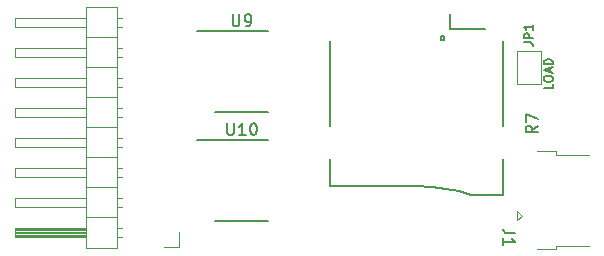
<source format=gbr>
G04 #@! TF.GenerationSoftware,KiCad,Pcbnew,5.1.5+dfsg1-2build2*
G04 #@! TF.CreationDate,2021-11-14T16:11:09+00:00*
G04 #@! TF.ProjectId,picopak,7069636f-7061-46b2-9e6b-696361645f70,rev?*
G04 #@! TF.SameCoordinates,Original*
G04 #@! TF.FileFunction,Legend,Top*
G04 #@! TF.FilePolarity,Positive*
%FSLAX46Y46*%
G04 Gerber Fmt 4.6, Leading zero omitted, Abs format (unit mm)*
G04 Created by KiCad (PCBNEW 5.1.5+dfsg1-2build2) date 2021-11-14 16:11:09*
%MOMM*%
%LPD*%
G04 APERTURE LIST*
%ADD10C,0.150000*%
%ADD11C,0.120000*%
G04 APERTURE END LIST*
D10*
X205939285Y-75857142D02*
X205939285Y-76214285D01*
X205189285Y-76214285D01*
X205189285Y-75464285D02*
X205189285Y-75321428D01*
X205225000Y-75250000D01*
X205296428Y-75178571D01*
X205439285Y-75142857D01*
X205689285Y-75142857D01*
X205832142Y-75178571D01*
X205903571Y-75250000D01*
X205939285Y-75321428D01*
X205939285Y-75464285D01*
X205903571Y-75535714D01*
X205832142Y-75607142D01*
X205689285Y-75642857D01*
X205439285Y-75642857D01*
X205296428Y-75607142D01*
X205225000Y-75535714D01*
X205189285Y-75464285D01*
X205725000Y-74857142D02*
X205725000Y-74500000D01*
X205939285Y-74928571D02*
X205189285Y-74678571D01*
X205939285Y-74428571D01*
X205939285Y-74178571D02*
X205189285Y-74178571D01*
X205189285Y-74000000D01*
X205225000Y-73892857D01*
X205296428Y-73821428D01*
X205367857Y-73785714D01*
X205510714Y-73750000D01*
X205617857Y-73750000D01*
X205760714Y-73785714D01*
X205832142Y-73821428D01*
X205903571Y-73892857D01*
X205939285Y-74000000D01*
X205939285Y-74178571D01*
D11*
X202900000Y-75824999D02*
X202900000Y-73024999D01*
X202900000Y-73024999D02*
X204900000Y-73024999D01*
X204900000Y-73024999D02*
X204900000Y-75824999D01*
X204900000Y-75824999D02*
X202900000Y-75824999D01*
D10*
X175850000Y-71350000D02*
X181825000Y-71350000D01*
X177375000Y-78250000D02*
X181825000Y-78250000D01*
X187050000Y-84500000D02*
X194400000Y-84500000D01*
X194400000Y-84500000D02*
X195750000Y-84550000D01*
X195750000Y-84550000D02*
X196900000Y-84700000D01*
X196900000Y-84700000D02*
X198000000Y-84900000D01*
X198000000Y-84900000D02*
X199050000Y-85200000D01*
X197200000Y-71200000D02*
X197200000Y-69900000D01*
X187050000Y-79400000D02*
X187050000Y-72200000D01*
X187050000Y-82200000D02*
X187050000Y-84500000D01*
X199050000Y-85200000D02*
X201750000Y-85200000D01*
X201750000Y-85200000D02*
X201750000Y-82200000D01*
X201750000Y-72200000D02*
X201750000Y-79400000D01*
X196750000Y-71800000D02*
X196450000Y-71800000D01*
X196450000Y-71800000D02*
X196450000Y-72100000D01*
X196450000Y-72100000D02*
X196750000Y-72100000D01*
X196750000Y-72100000D02*
X196750000Y-71800000D01*
X197200000Y-71200000D02*
X200200000Y-71200000D01*
D11*
X169070000Y-89730000D02*
X169070000Y-69290000D01*
X169070000Y-69290000D02*
X166410000Y-69290000D01*
X166410000Y-69290000D02*
X166410000Y-89730000D01*
X166410000Y-89730000D02*
X169070000Y-89730000D01*
X166410000Y-88780000D02*
X160410000Y-88780000D01*
X160410000Y-88780000D02*
X160410000Y-88020000D01*
X160410000Y-88020000D02*
X166410000Y-88020000D01*
X166410000Y-88720000D02*
X160410000Y-88720000D01*
X166410000Y-88600000D02*
X160410000Y-88600000D01*
X166410000Y-88480000D02*
X160410000Y-88480000D01*
X166410000Y-88360000D02*
X160410000Y-88360000D01*
X166410000Y-88240000D02*
X160410000Y-88240000D01*
X166410000Y-88120000D02*
X160410000Y-88120000D01*
X169467071Y-88780000D02*
X169070000Y-88780000D01*
X169467071Y-88020000D02*
X169070000Y-88020000D01*
X169080000Y-70240000D02*
X169467071Y-70240000D01*
X169080000Y-71000000D02*
X169467071Y-71000000D01*
X169070000Y-87130000D02*
X166410000Y-87130000D01*
X166410000Y-86240000D02*
X160410000Y-86240000D01*
X160410000Y-86240000D02*
X160410000Y-85480000D01*
X160410000Y-85480000D02*
X166410000Y-85480000D01*
X169467071Y-86240000D02*
X169070000Y-86240000D01*
X169467071Y-85480000D02*
X169070000Y-85480000D01*
X169012929Y-72780000D02*
X169467071Y-72780000D01*
X169012929Y-73540000D02*
X169467071Y-73540000D01*
X169070000Y-84590000D02*
X166410000Y-84590000D01*
X166410000Y-83700000D02*
X160410000Y-83700000D01*
X160410000Y-83700000D02*
X160410000Y-82940000D01*
X160410000Y-82940000D02*
X166410000Y-82940000D01*
X169467071Y-83700000D02*
X169070000Y-83700000D01*
X169467071Y-82940000D02*
X169070000Y-82940000D01*
X169012929Y-75320000D02*
X169467071Y-75320000D01*
X169012929Y-76080000D02*
X169467071Y-76080000D01*
X169070000Y-82050000D02*
X166410000Y-82050000D01*
X166410000Y-81160000D02*
X160410000Y-81160000D01*
X160410000Y-81160000D02*
X160410000Y-80400000D01*
X160410000Y-80400000D02*
X166410000Y-80400000D01*
X169467071Y-81160000D02*
X169070000Y-81160000D01*
X169467071Y-80400000D02*
X169070000Y-80400000D01*
X169012929Y-77860000D02*
X169467071Y-77860000D01*
X169012929Y-78620000D02*
X169467071Y-78620000D01*
X169070000Y-79510000D02*
X166410000Y-79510000D01*
X166410000Y-78620000D02*
X160410000Y-78620000D01*
X160410000Y-78620000D02*
X160410000Y-77860000D01*
X160410000Y-77860000D02*
X166410000Y-77860000D01*
X169467071Y-78620000D02*
X169070000Y-78620000D01*
X169467071Y-77860000D02*
X169070000Y-77860000D01*
X169012929Y-80400000D02*
X169467071Y-80400000D01*
X169012929Y-81160000D02*
X169467071Y-81160000D01*
X169070000Y-76970000D02*
X166410000Y-76970000D01*
X166410000Y-76080000D02*
X160410000Y-76080000D01*
X160410000Y-76080000D02*
X160410000Y-75320000D01*
X160410000Y-75320000D02*
X166410000Y-75320000D01*
X169467071Y-76080000D02*
X169070000Y-76080000D01*
X169467071Y-75320000D02*
X169070000Y-75320000D01*
X169012929Y-82940000D02*
X169467071Y-82940000D01*
X169012929Y-83700000D02*
X169467071Y-83700000D01*
X169070000Y-74430000D02*
X166410000Y-74430000D01*
X166410000Y-73540000D02*
X160410000Y-73540000D01*
X160410000Y-73540000D02*
X160410000Y-72780000D01*
X160410000Y-72780000D02*
X166410000Y-72780000D01*
X169467071Y-73540000D02*
X169070000Y-73540000D01*
X169467071Y-72780000D02*
X169070000Y-72780000D01*
X169012929Y-85480000D02*
X169467071Y-85480000D01*
X169012929Y-86240000D02*
X169467071Y-86240000D01*
X169070000Y-71890000D02*
X166410000Y-71890000D01*
X166410000Y-71000000D02*
X160410000Y-71000000D01*
X160410000Y-71000000D02*
X160410000Y-70240000D01*
X160410000Y-70240000D02*
X166410000Y-70240000D01*
X169467071Y-71000000D02*
X169070000Y-71000000D01*
X169467071Y-70240000D02*
X169070000Y-70240000D01*
X169012929Y-88020000D02*
X169467071Y-88020000D01*
X169012929Y-88780000D02*
X169467071Y-88780000D01*
X174320000Y-88400000D02*
X174320000Y-89670000D01*
X174320000Y-89670000D02*
X173050000Y-89670000D01*
D10*
X175850000Y-80550000D02*
X181825000Y-80550000D01*
X177375000Y-87450000D02*
X181825000Y-87450000D01*
D11*
X206170000Y-89825000D02*
X204620000Y-89825000D01*
X206170000Y-89825000D02*
X206170000Y-89525000D01*
X208970000Y-89525000D02*
X206170000Y-89525000D01*
X206170000Y-81525000D02*
X204620000Y-81525000D01*
X206170000Y-81825000D02*
X206170000Y-81525000D01*
X208970000Y-81825000D02*
X206170000Y-81825000D01*
X202920000Y-86575000D02*
X203370000Y-86975000D01*
X202920000Y-87375000D02*
X202920000Y-86575000D01*
X203370000Y-86975000D02*
X202920000Y-87375000D01*
D10*
X204652380Y-79366666D02*
X204176190Y-79700000D01*
X204652380Y-79938095D02*
X203652380Y-79938095D01*
X203652380Y-79557142D01*
X203700000Y-79461904D01*
X203747619Y-79414285D01*
X203842857Y-79366666D01*
X203985714Y-79366666D01*
X204080952Y-79414285D01*
X204128571Y-79461904D01*
X204176190Y-79557142D01*
X204176190Y-79938095D01*
X203652380Y-79033333D02*
X203652380Y-78366666D01*
X204652380Y-78795238D01*
X203489285Y-72325000D02*
X204025000Y-72325000D01*
X204132142Y-72360714D01*
X204203571Y-72432142D01*
X204239285Y-72539285D01*
X204239285Y-72610714D01*
X204239285Y-71967857D02*
X203489285Y-71967857D01*
X203489285Y-71682142D01*
X203525000Y-71610714D01*
X203560714Y-71575000D01*
X203632142Y-71539285D01*
X203739285Y-71539285D01*
X203810714Y-71575000D01*
X203846428Y-71610714D01*
X203882142Y-71682142D01*
X203882142Y-71967857D01*
X204239285Y-70825000D02*
X204239285Y-71253571D01*
X204239285Y-71039285D02*
X203489285Y-71039285D01*
X203596428Y-71110714D01*
X203667857Y-71182142D01*
X203703571Y-71253571D01*
X178838095Y-69952380D02*
X178838095Y-70761904D01*
X178885714Y-70857142D01*
X178933333Y-70904761D01*
X179028571Y-70952380D01*
X179219047Y-70952380D01*
X179314285Y-70904761D01*
X179361904Y-70857142D01*
X179409523Y-70761904D01*
X179409523Y-69952380D01*
X179933333Y-70952380D02*
X180123809Y-70952380D01*
X180219047Y-70904761D01*
X180266666Y-70857142D01*
X180361904Y-70714285D01*
X180409523Y-70523809D01*
X180409523Y-70142857D01*
X180361904Y-70047619D01*
X180314285Y-70000000D01*
X180219047Y-69952380D01*
X180028571Y-69952380D01*
X179933333Y-70000000D01*
X179885714Y-70047619D01*
X179838095Y-70142857D01*
X179838095Y-70380952D01*
X179885714Y-70476190D01*
X179933333Y-70523809D01*
X180028571Y-70571428D01*
X180219047Y-70571428D01*
X180314285Y-70523809D01*
X180361904Y-70476190D01*
X180409523Y-70380952D01*
X178361904Y-79152380D02*
X178361904Y-79961904D01*
X178409523Y-80057142D01*
X178457142Y-80104761D01*
X178552380Y-80152380D01*
X178742857Y-80152380D01*
X178838095Y-80104761D01*
X178885714Y-80057142D01*
X178933333Y-79961904D01*
X178933333Y-79152380D01*
X179933333Y-80152380D02*
X179361904Y-80152380D01*
X179647619Y-80152380D02*
X179647619Y-79152380D01*
X179552380Y-79295238D01*
X179457142Y-79390476D01*
X179361904Y-79438095D01*
X180552380Y-79152380D02*
X180647619Y-79152380D01*
X180742857Y-79200000D01*
X180790476Y-79247619D01*
X180838095Y-79342857D01*
X180885714Y-79533333D01*
X180885714Y-79771428D01*
X180838095Y-79961904D01*
X180790476Y-80057142D01*
X180742857Y-80104761D01*
X180647619Y-80152380D01*
X180552380Y-80152380D01*
X180457142Y-80104761D01*
X180409523Y-80057142D01*
X180361904Y-79961904D01*
X180314285Y-79771428D01*
X180314285Y-79533333D01*
X180361904Y-79342857D01*
X180409523Y-79247619D01*
X180457142Y-79200000D01*
X180552380Y-79152380D01*
X202747619Y-88466666D02*
X202033333Y-88466666D01*
X201890476Y-88419047D01*
X201795238Y-88323809D01*
X201747619Y-88180952D01*
X201747619Y-88085714D01*
X201747619Y-89466666D02*
X201747619Y-88895238D01*
X201747619Y-89180952D02*
X202747619Y-89180952D01*
X202604761Y-89085714D01*
X202509523Y-88990476D01*
X202461904Y-88895238D01*
M02*

</source>
